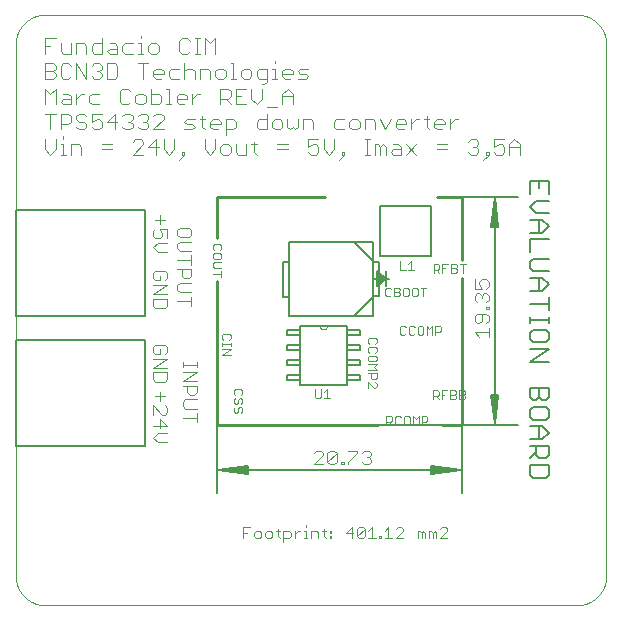
<source format=gto>
G75*
%MOIN*%
%OFA0B0*%
%FSLAX25Y25*%
%IPPOS*%
%LPD*%
%AMOC8*
5,1,8,0,0,1.08239X$1,22.5*
%
%ADD10C,0.00000*%
%ADD11C,0.00600*%
%ADD12C,0.00400*%
%ADD13C,0.01000*%
%ADD14C,0.00512*%
%ADD15C,0.00300*%
%ADD16C,0.00200*%
%ADD17C,0.00500*%
D10*
X0015380Y0032555D02*
X0192545Y0032555D01*
X0192783Y0032558D01*
X0193021Y0032566D01*
X0193258Y0032581D01*
X0193495Y0032601D01*
X0193731Y0032627D01*
X0193967Y0032658D01*
X0194202Y0032695D01*
X0194436Y0032738D01*
X0194669Y0032787D01*
X0194901Y0032841D01*
X0195131Y0032901D01*
X0195360Y0032966D01*
X0195587Y0033037D01*
X0195812Y0033113D01*
X0196035Y0033195D01*
X0196257Y0033282D01*
X0196476Y0033374D01*
X0196693Y0033472D01*
X0196907Y0033574D01*
X0197119Y0033682D01*
X0197329Y0033796D01*
X0197535Y0033914D01*
X0197739Y0034037D01*
X0197939Y0034165D01*
X0198136Y0034297D01*
X0198331Y0034435D01*
X0198521Y0034577D01*
X0198709Y0034724D01*
X0198892Y0034875D01*
X0199072Y0035030D01*
X0199248Y0035190D01*
X0199420Y0035354D01*
X0199589Y0035523D01*
X0199753Y0035695D01*
X0199913Y0035871D01*
X0200068Y0036051D01*
X0200219Y0036234D01*
X0200366Y0036422D01*
X0200508Y0036612D01*
X0200646Y0036807D01*
X0200778Y0037004D01*
X0200906Y0037204D01*
X0201029Y0037408D01*
X0201147Y0037614D01*
X0201261Y0037824D01*
X0201369Y0038036D01*
X0201471Y0038250D01*
X0201569Y0038467D01*
X0201661Y0038686D01*
X0201748Y0038908D01*
X0201830Y0039131D01*
X0201906Y0039356D01*
X0201977Y0039583D01*
X0202042Y0039812D01*
X0202102Y0040042D01*
X0202156Y0040274D01*
X0202205Y0040507D01*
X0202248Y0040741D01*
X0202285Y0040976D01*
X0202316Y0041212D01*
X0202342Y0041448D01*
X0202362Y0041685D01*
X0202377Y0041922D01*
X0202385Y0042160D01*
X0202388Y0042398D01*
X0202387Y0042398D02*
X0202387Y0219563D01*
X0202388Y0219563D02*
X0202385Y0219801D01*
X0202377Y0220039D01*
X0202362Y0220276D01*
X0202342Y0220513D01*
X0202316Y0220749D01*
X0202285Y0220985D01*
X0202248Y0221220D01*
X0202205Y0221454D01*
X0202156Y0221687D01*
X0202102Y0221919D01*
X0202042Y0222149D01*
X0201977Y0222378D01*
X0201906Y0222605D01*
X0201830Y0222830D01*
X0201748Y0223053D01*
X0201661Y0223275D01*
X0201569Y0223494D01*
X0201471Y0223711D01*
X0201369Y0223925D01*
X0201261Y0224137D01*
X0201147Y0224347D01*
X0201029Y0224553D01*
X0200906Y0224757D01*
X0200778Y0224957D01*
X0200646Y0225154D01*
X0200508Y0225349D01*
X0200366Y0225539D01*
X0200219Y0225727D01*
X0200068Y0225910D01*
X0199913Y0226090D01*
X0199753Y0226266D01*
X0199589Y0226438D01*
X0199420Y0226607D01*
X0199248Y0226771D01*
X0199072Y0226931D01*
X0198892Y0227086D01*
X0198709Y0227237D01*
X0198521Y0227384D01*
X0198331Y0227526D01*
X0198136Y0227664D01*
X0197939Y0227796D01*
X0197739Y0227924D01*
X0197535Y0228047D01*
X0197329Y0228165D01*
X0197119Y0228279D01*
X0196907Y0228387D01*
X0196693Y0228489D01*
X0196476Y0228587D01*
X0196257Y0228679D01*
X0196035Y0228766D01*
X0195812Y0228848D01*
X0195587Y0228924D01*
X0195360Y0228995D01*
X0195131Y0229060D01*
X0194901Y0229120D01*
X0194669Y0229174D01*
X0194436Y0229223D01*
X0194202Y0229266D01*
X0193967Y0229303D01*
X0193731Y0229334D01*
X0193495Y0229360D01*
X0193258Y0229380D01*
X0193021Y0229395D01*
X0192783Y0229403D01*
X0192545Y0229406D01*
X0015380Y0229406D01*
X0015142Y0229403D01*
X0014904Y0229395D01*
X0014667Y0229380D01*
X0014430Y0229360D01*
X0014194Y0229334D01*
X0013958Y0229303D01*
X0013723Y0229266D01*
X0013489Y0229223D01*
X0013256Y0229174D01*
X0013024Y0229120D01*
X0012794Y0229060D01*
X0012565Y0228995D01*
X0012338Y0228924D01*
X0012113Y0228848D01*
X0011890Y0228766D01*
X0011668Y0228679D01*
X0011449Y0228587D01*
X0011232Y0228489D01*
X0011018Y0228387D01*
X0010806Y0228279D01*
X0010596Y0228165D01*
X0010390Y0228047D01*
X0010186Y0227924D01*
X0009986Y0227796D01*
X0009789Y0227664D01*
X0009594Y0227526D01*
X0009404Y0227384D01*
X0009216Y0227237D01*
X0009033Y0227086D01*
X0008853Y0226931D01*
X0008677Y0226771D01*
X0008505Y0226607D01*
X0008336Y0226438D01*
X0008172Y0226266D01*
X0008012Y0226090D01*
X0007857Y0225910D01*
X0007706Y0225727D01*
X0007559Y0225539D01*
X0007417Y0225349D01*
X0007279Y0225154D01*
X0007147Y0224957D01*
X0007019Y0224757D01*
X0006896Y0224553D01*
X0006778Y0224347D01*
X0006664Y0224137D01*
X0006556Y0223925D01*
X0006454Y0223711D01*
X0006356Y0223494D01*
X0006264Y0223275D01*
X0006177Y0223053D01*
X0006095Y0222830D01*
X0006019Y0222605D01*
X0005948Y0222378D01*
X0005883Y0222149D01*
X0005823Y0221919D01*
X0005769Y0221687D01*
X0005720Y0221454D01*
X0005677Y0221220D01*
X0005640Y0220985D01*
X0005609Y0220749D01*
X0005583Y0220513D01*
X0005563Y0220276D01*
X0005548Y0220039D01*
X0005540Y0219801D01*
X0005537Y0219563D01*
X0005537Y0042398D01*
X0005540Y0042160D01*
X0005548Y0041922D01*
X0005563Y0041685D01*
X0005583Y0041448D01*
X0005609Y0041212D01*
X0005640Y0040976D01*
X0005677Y0040741D01*
X0005720Y0040507D01*
X0005769Y0040274D01*
X0005823Y0040042D01*
X0005883Y0039812D01*
X0005948Y0039583D01*
X0006019Y0039356D01*
X0006095Y0039131D01*
X0006177Y0038908D01*
X0006264Y0038686D01*
X0006356Y0038467D01*
X0006454Y0038250D01*
X0006556Y0038036D01*
X0006664Y0037824D01*
X0006778Y0037614D01*
X0006896Y0037408D01*
X0007019Y0037204D01*
X0007147Y0037004D01*
X0007279Y0036807D01*
X0007417Y0036612D01*
X0007559Y0036422D01*
X0007706Y0036234D01*
X0007857Y0036051D01*
X0008012Y0035871D01*
X0008172Y0035695D01*
X0008336Y0035523D01*
X0008505Y0035354D01*
X0008677Y0035190D01*
X0008853Y0035030D01*
X0009033Y0034875D01*
X0009216Y0034724D01*
X0009404Y0034577D01*
X0009594Y0034435D01*
X0009789Y0034297D01*
X0009986Y0034165D01*
X0010186Y0034037D01*
X0010390Y0033914D01*
X0010596Y0033796D01*
X0010806Y0033682D01*
X0011018Y0033574D01*
X0011232Y0033472D01*
X0011449Y0033374D01*
X0011668Y0033282D01*
X0011890Y0033195D01*
X0012113Y0033113D01*
X0012338Y0033037D01*
X0012565Y0032966D01*
X0012794Y0032901D01*
X0013024Y0032841D01*
X0013256Y0032787D01*
X0013489Y0032738D01*
X0013723Y0032695D01*
X0013958Y0032658D01*
X0014194Y0032627D01*
X0014430Y0032601D01*
X0014667Y0032581D01*
X0014904Y0032566D01*
X0015142Y0032558D01*
X0015380Y0032555D01*
X0106874Y0125703D02*
X0106876Y0125634D01*
X0106882Y0125566D01*
X0106892Y0125498D01*
X0106905Y0125431D01*
X0106923Y0125365D01*
X0106944Y0125300D01*
X0106969Y0125236D01*
X0106997Y0125174D01*
X0107029Y0125113D01*
X0107064Y0125054D01*
X0107103Y0124998D01*
X0107145Y0124943D01*
X0107190Y0124892D01*
X0107238Y0124842D01*
X0107288Y0124796D01*
X0107341Y0124753D01*
X0107397Y0124712D01*
X0107454Y0124675D01*
X0107514Y0124642D01*
X0107576Y0124611D01*
X0107639Y0124585D01*
X0107703Y0124562D01*
X0107769Y0124542D01*
X0107836Y0124527D01*
X0107903Y0124515D01*
X0107971Y0124507D01*
X0108040Y0124503D01*
X0108108Y0124503D01*
X0108177Y0124507D01*
X0108245Y0124515D01*
X0108312Y0124527D01*
X0108379Y0124542D01*
X0108445Y0124562D01*
X0108509Y0124585D01*
X0108572Y0124611D01*
X0108634Y0124642D01*
X0108694Y0124675D01*
X0108751Y0124712D01*
X0108807Y0124753D01*
X0108860Y0124796D01*
X0108910Y0124842D01*
X0108958Y0124892D01*
X0109003Y0124943D01*
X0109045Y0124998D01*
X0109084Y0125054D01*
X0109119Y0125113D01*
X0109151Y0125174D01*
X0109179Y0125236D01*
X0109204Y0125300D01*
X0109225Y0125365D01*
X0109243Y0125431D01*
X0109256Y0125498D01*
X0109266Y0125566D01*
X0109272Y0125634D01*
X0109274Y0125703D01*
X0109272Y0125634D01*
X0109266Y0125566D01*
X0109256Y0125498D01*
X0109243Y0125431D01*
X0109225Y0125365D01*
X0109204Y0125300D01*
X0109179Y0125236D01*
X0109151Y0125174D01*
X0109119Y0125113D01*
X0109084Y0125054D01*
X0109045Y0124998D01*
X0109003Y0124943D01*
X0108958Y0124892D01*
X0108910Y0124842D01*
X0108860Y0124796D01*
X0108807Y0124753D01*
X0108751Y0124712D01*
X0108694Y0124675D01*
X0108634Y0124642D01*
X0108572Y0124611D01*
X0108509Y0124585D01*
X0108445Y0124562D01*
X0108379Y0124542D01*
X0108312Y0124527D01*
X0108245Y0124515D01*
X0108177Y0124507D01*
X0108108Y0124503D01*
X0108040Y0124503D01*
X0107971Y0124507D01*
X0107903Y0124515D01*
X0107836Y0124527D01*
X0107769Y0124542D01*
X0107703Y0124562D01*
X0107639Y0124585D01*
X0107576Y0124611D01*
X0107514Y0124642D01*
X0107454Y0124675D01*
X0107397Y0124712D01*
X0107341Y0124753D01*
X0107288Y0124796D01*
X0107238Y0124842D01*
X0107190Y0124892D01*
X0107145Y0124943D01*
X0107103Y0124998D01*
X0107064Y0125054D01*
X0107029Y0125113D01*
X0106997Y0125174D01*
X0106969Y0125236D01*
X0106944Y0125300D01*
X0106923Y0125365D01*
X0106905Y0125431D01*
X0106892Y0125498D01*
X0106882Y0125566D01*
X0106876Y0125634D01*
X0106874Y0125703D01*
D11*
X0109274Y0125703D01*
X0114274Y0125703D01*
X0115874Y0125703D02*
X0109274Y0125703D01*
X0106874Y0125703D01*
X0101874Y0125703D01*
X0100274Y0125703D02*
X0100274Y0106103D01*
X0115874Y0106103D01*
X0115874Y0125703D01*
X0115874Y0124303D02*
X0120274Y0124303D01*
X0120274Y0122503D01*
X0115874Y0122503D01*
X0115874Y0124303D01*
X0115874Y0119303D02*
X0120274Y0119303D01*
X0120274Y0117503D01*
X0115874Y0117503D01*
X0115874Y0119303D01*
X0115874Y0114303D02*
X0120274Y0114303D01*
X0120274Y0112503D01*
X0115874Y0112503D01*
X0115874Y0114303D01*
X0115874Y0109303D02*
X0120274Y0109303D01*
X0120274Y0107503D01*
X0115874Y0107503D01*
X0115874Y0109303D01*
X0114274Y0106103D02*
X0101874Y0106103D01*
X0100274Y0107503D02*
X0100274Y0109303D01*
X0095874Y0109303D01*
X0095874Y0107503D01*
X0100274Y0107503D01*
X0100274Y0112503D02*
X0095874Y0112503D01*
X0095874Y0114303D01*
X0100274Y0114303D01*
X0100274Y0112503D01*
X0100274Y0117503D02*
X0095874Y0117503D01*
X0095874Y0119303D01*
X0100274Y0119303D01*
X0100274Y0117503D01*
X0100274Y0122503D02*
X0095874Y0122503D01*
X0095874Y0124303D01*
X0100274Y0124303D01*
X0100274Y0122503D01*
X0100274Y0125703D02*
X0106874Y0125703D01*
X0096474Y0129103D02*
X0124474Y0129103D01*
X0124474Y0134103D01*
X0124474Y0135203D02*
X0118374Y0129103D01*
X0124474Y0129103D02*
X0124474Y0153503D01*
X0096474Y0153503D01*
X0096474Y0148503D01*
X0096474Y0147103D02*
X0094474Y0147103D01*
X0094474Y0135403D01*
X0096474Y0135403D01*
X0096474Y0147103D01*
X0096474Y0153503D02*
X0096474Y0129103D01*
X0096474Y0134103D01*
X0096474Y0129103D02*
X0124474Y0129103D01*
X0124474Y0135503D02*
X0126474Y0135503D01*
X0126474Y0147103D01*
X0124474Y0147103D01*
X0124474Y0135503D01*
X0126074Y0138803D02*
X0126074Y0143803D01*
X0129074Y0141303D01*
X0126074Y0141803D01*
X0126074Y0142303D02*
X0129074Y0141303D01*
X0126074Y0142803D01*
X0126074Y0143303D02*
X0129074Y0141303D01*
X0126074Y0140803D01*
X0126074Y0140303D02*
X0129074Y0141303D01*
X0126074Y0139803D01*
X0126074Y0139303D02*
X0129074Y0141303D01*
X0126074Y0138803D01*
X0125074Y0141303D02*
X0129074Y0141303D01*
X0129074Y0143803D01*
X0129074Y0138803D01*
X0129074Y0141303D01*
X0130074Y0141303D01*
X0128374Y0141303D01*
X0124474Y0147403D02*
X0118374Y0153503D01*
X0124474Y0153503D02*
X0124474Y0148503D01*
X0127074Y0148903D02*
X0143874Y0148903D01*
X0143874Y0165703D01*
X0127074Y0165703D01*
X0127074Y0148903D01*
X0143874Y0148903D01*
X0143874Y0150103D01*
X0143874Y0155203D02*
X0143874Y0159403D01*
X0143874Y0164503D02*
X0143874Y0165703D01*
X0127074Y0165703D01*
X0127074Y0164503D01*
X0127074Y0159403D02*
X0127074Y0155203D01*
X0124474Y0153503D02*
X0096474Y0153503D01*
X0127074Y0150103D02*
X0127074Y0148903D01*
X0176837Y0150248D02*
X0176837Y0154519D01*
X0183242Y0154519D01*
X0181107Y0156694D02*
X0176837Y0156694D01*
X0180040Y0156694D02*
X0180040Y0160964D01*
X0181107Y0160964D02*
X0183242Y0158829D01*
X0181107Y0156694D01*
X0181107Y0160964D02*
X0176837Y0160964D01*
X0178972Y0163139D02*
X0183242Y0163139D01*
X0178972Y0163139D02*
X0176837Y0165274D01*
X0178972Y0167410D01*
X0183242Y0167410D01*
X0183242Y0169585D02*
X0183242Y0173855D01*
X0176837Y0173855D01*
X0176837Y0169585D01*
X0180040Y0171720D02*
X0180040Y0173855D01*
X0177905Y0148073D02*
X0176837Y0147006D01*
X0176837Y0144870D01*
X0177905Y0143803D01*
X0183242Y0143803D01*
X0181107Y0141628D02*
X0183242Y0139492D01*
X0181107Y0137357D01*
X0176837Y0137357D01*
X0180040Y0137357D02*
X0180040Y0141628D01*
X0181107Y0141628D02*
X0176837Y0141628D01*
X0177905Y0148073D02*
X0183242Y0148073D01*
X0183242Y0135182D02*
X0183242Y0130912D01*
X0183242Y0133047D02*
X0176837Y0133047D01*
X0176837Y0128737D02*
X0176837Y0126601D01*
X0176837Y0127669D02*
X0183242Y0127669D01*
X0183242Y0128737D02*
X0183242Y0126601D01*
X0182175Y0124440D02*
X0177905Y0124440D01*
X0176837Y0123372D01*
X0176837Y0121237D01*
X0177905Y0120169D01*
X0182175Y0120169D01*
X0183242Y0121237D01*
X0183242Y0123372D01*
X0182175Y0124440D01*
X0183242Y0117994D02*
X0176837Y0113724D01*
X0183242Y0113724D01*
X0183242Y0117994D02*
X0176837Y0117994D01*
X0176837Y0105103D02*
X0176837Y0101900D01*
X0177905Y0100833D01*
X0178972Y0100833D01*
X0180040Y0101900D01*
X0180040Y0105103D01*
X0183242Y0105103D02*
X0183242Y0101900D01*
X0182175Y0100833D01*
X0181107Y0100833D01*
X0180040Y0101900D01*
X0176837Y0105103D02*
X0183242Y0105103D01*
X0182175Y0098658D02*
X0177905Y0098658D01*
X0176837Y0097590D01*
X0176837Y0095455D01*
X0177905Y0094387D01*
X0182175Y0094387D01*
X0183242Y0095455D01*
X0183242Y0097590D01*
X0182175Y0098658D01*
X0181107Y0092212D02*
X0183242Y0090077D01*
X0181107Y0087942D01*
X0176837Y0087942D01*
X0176837Y0085767D02*
X0183242Y0085767D01*
X0183242Y0082564D01*
X0182175Y0081496D01*
X0180040Y0081496D01*
X0178972Y0082564D01*
X0178972Y0085767D01*
X0178972Y0083632D02*
X0176837Y0081496D01*
X0176837Y0079321D02*
X0176837Y0076118D01*
X0177905Y0075051D01*
X0182175Y0075051D01*
X0183242Y0076118D01*
X0183242Y0079321D01*
X0176837Y0079321D01*
X0180040Y0087942D02*
X0180040Y0092212D01*
X0181107Y0092212D02*
X0176837Y0092212D01*
D12*
X0163175Y0121964D02*
X0163175Y0125034D01*
X0163175Y0123499D02*
X0158571Y0123499D01*
X0160106Y0121964D01*
X0160106Y0126568D02*
X0160873Y0127336D01*
X0160873Y0129638D01*
X0159339Y0129638D02*
X0162408Y0129638D01*
X0163175Y0128870D01*
X0163175Y0127336D01*
X0162408Y0126568D01*
X0160106Y0126568D02*
X0159339Y0126568D01*
X0158571Y0127336D01*
X0158571Y0128870D01*
X0159339Y0129638D01*
X0162408Y0131172D02*
X0162408Y0131940D01*
X0163175Y0131940D01*
X0163175Y0131172D01*
X0162408Y0131172D01*
X0162408Y0133474D02*
X0163175Y0134242D01*
X0163175Y0135776D01*
X0162408Y0136543D01*
X0161641Y0136543D01*
X0160873Y0135776D01*
X0160873Y0135009D01*
X0160873Y0135776D02*
X0160106Y0136543D01*
X0159339Y0136543D01*
X0158571Y0135776D01*
X0158571Y0134242D01*
X0159339Y0133474D01*
X0158571Y0138078D02*
X0160873Y0138078D01*
X0160106Y0139613D01*
X0160106Y0140380D01*
X0160873Y0141147D01*
X0162408Y0141147D01*
X0163175Y0140380D01*
X0163175Y0138845D01*
X0162408Y0138078D01*
X0158571Y0138078D02*
X0158571Y0141147D01*
X0161435Y0181020D02*
X0163170Y0182755D01*
X0162302Y0182755D01*
X0162302Y0183623D01*
X0163170Y0183623D01*
X0163170Y0182755D01*
X0164873Y0183623D02*
X0165740Y0182755D01*
X0167475Y0182755D01*
X0168342Y0183623D01*
X0168342Y0185357D01*
X0167475Y0186225D01*
X0166607Y0186225D01*
X0164873Y0185357D01*
X0164873Y0187960D01*
X0168342Y0187960D01*
X0170029Y0186225D02*
X0171764Y0187960D01*
X0173499Y0186225D01*
X0173499Y0182755D01*
X0173499Y0185357D02*
X0170029Y0185357D01*
X0170029Y0186225D02*
X0170029Y0182755D01*
X0159748Y0183623D02*
X0158881Y0182755D01*
X0157146Y0182755D01*
X0156279Y0183623D01*
X0158013Y0185357D02*
X0158881Y0185357D01*
X0159748Y0184490D01*
X0159748Y0183623D01*
X0158881Y0185357D02*
X0159748Y0186225D01*
X0159748Y0187092D01*
X0158881Y0187960D01*
X0157146Y0187960D01*
X0156279Y0187092D01*
X0149435Y0186225D02*
X0145966Y0186225D01*
X0145966Y0184490D02*
X0149435Y0184490D01*
X0150263Y0191155D02*
X0150263Y0194625D01*
X0150263Y0192890D02*
X0151998Y0194625D01*
X0152865Y0194625D01*
X0148576Y0193757D02*
X0148576Y0192890D01*
X0145106Y0192890D01*
X0145106Y0193757D02*
X0145974Y0194625D01*
X0147709Y0194625D01*
X0148576Y0193757D01*
X0147709Y0191155D02*
X0145974Y0191155D01*
X0145106Y0192023D01*
X0145106Y0193757D01*
X0143404Y0194625D02*
X0141669Y0194625D01*
X0142536Y0195492D02*
X0142536Y0192023D01*
X0143404Y0191155D01*
X0139974Y0194625D02*
X0139107Y0194625D01*
X0137372Y0192890D01*
X0135685Y0192890D02*
X0132215Y0192890D01*
X0132215Y0193757D02*
X0133083Y0194625D01*
X0134818Y0194625D01*
X0135685Y0193757D01*
X0135685Y0192890D01*
X0134818Y0191155D02*
X0133083Y0191155D01*
X0132215Y0192023D01*
X0132215Y0193757D01*
X0130529Y0194625D02*
X0128794Y0191155D01*
X0127059Y0194625D01*
X0125372Y0193757D02*
X0125372Y0191155D01*
X0125372Y0193757D02*
X0124505Y0194625D01*
X0121903Y0194625D01*
X0121903Y0191155D01*
X0120216Y0192023D02*
X0120216Y0193757D01*
X0119348Y0194625D01*
X0117614Y0194625D01*
X0116746Y0193757D01*
X0116746Y0192023D01*
X0117614Y0191155D01*
X0119348Y0191155D01*
X0120216Y0192023D01*
X0121903Y0187960D02*
X0123637Y0187960D01*
X0122770Y0187960D02*
X0122770Y0182755D01*
X0121903Y0182755D02*
X0123637Y0182755D01*
X0125340Y0182755D02*
X0125340Y0186225D01*
X0126208Y0186225D01*
X0127075Y0185357D01*
X0127942Y0186225D01*
X0128810Y0185357D01*
X0128810Y0182755D01*
X0127075Y0182755D02*
X0127075Y0185357D01*
X0130497Y0183623D02*
X0131364Y0182755D01*
X0133966Y0182755D01*
X0133966Y0185357D01*
X0133099Y0186225D01*
X0131364Y0186225D01*
X0131364Y0184490D02*
X0133966Y0184490D01*
X0135653Y0186225D02*
X0139123Y0182755D01*
X0135653Y0182755D02*
X0139123Y0186225D01*
X0137372Y0191155D02*
X0137372Y0194625D01*
X0131364Y0184490D02*
X0130497Y0183623D01*
X0115043Y0183623D02*
X0115043Y0182755D01*
X0114176Y0182755D01*
X0114176Y0183623D01*
X0115043Y0183623D01*
X0115043Y0182755D02*
X0113309Y0181020D01*
X0109887Y0182755D02*
X0111622Y0184490D01*
X0111622Y0187960D01*
X0112457Y0191155D02*
X0115059Y0191155D01*
X0112457Y0191155D02*
X0111590Y0192023D01*
X0111590Y0193757D01*
X0112457Y0194625D01*
X0115059Y0194625D01*
X0108152Y0187960D02*
X0108152Y0184490D01*
X0109887Y0182755D01*
X0106465Y0183623D02*
X0105598Y0182755D01*
X0103863Y0182755D01*
X0102996Y0183623D01*
X0102996Y0185357D02*
X0104731Y0186225D01*
X0105598Y0186225D01*
X0106465Y0185357D01*
X0106465Y0183623D01*
X0102996Y0185357D02*
X0102996Y0187960D01*
X0106465Y0187960D01*
X0104747Y0191155D02*
X0104747Y0193757D01*
X0103879Y0194625D01*
X0101277Y0194625D01*
X0101277Y0191155D01*
X0099590Y0192023D02*
X0099590Y0194625D01*
X0099590Y0192023D02*
X0098723Y0191155D01*
X0097855Y0192023D01*
X0096988Y0191155D01*
X0096121Y0192023D01*
X0096121Y0194625D01*
X0094434Y0193757D02*
X0093566Y0194625D01*
X0091832Y0194625D01*
X0090964Y0193757D01*
X0090964Y0192023D01*
X0091832Y0191155D01*
X0093566Y0191155D01*
X0094434Y0192023D01*
X0094434Y0193757D01*
X0092715Y0198688D02*
X0089245Y0198688D01*
X0089277Y0196360D02*
X0089277Y0191155D01*
X0086675Y0191155D01*
X0085808Y0192023D01*
X0085808Y0193757D01*
X0086675Y0194625D01*
X0089277Y0194625D01*
X0085824Y0199555D02*
X0087559Y0201290D01*
X0087559Y0204760D01*
X0087543Y0206220D02*
X0088410Y0206220D01*
X0089277Y0207088D01*
X0089277Y0211425D01*
X0086675Y0211425D01*
X0085808Y0210557D01*
X0085808Y0208823D01*
X0086675Y0207955D01*
X0089277Y0207955D01*
X0090964Y0207955D02*
X0092699Y0207955D01*
X0091832Y0207955D02*
X0091832Y0211425D01*
X0090964Y0211425D01*
X0091832Y0213160D02*
X0091832Y0214027D01*
X0095269Y0211425D02*
X0097004Y0211425D01*
X0097871Y0210557D01*
X0097871Y0209690D01*
X0094402Y0209690D01*
X0094402Y0210557D02*
X0095269Y0211425D01*
X0094402Y0210557D02*
X0094402Y0208823D01*
X0095269Y0207955D01*
X0097004Y0207955D01*
X0099558Y0207955D02*
X0102160Y0207955D01*
X0103028Y0208823D01*
X0102160Y0209690D01*
X0100426Y0209690D01*
X0099558Y0210557D01*
X0100426Y0211425D01*
X0103028Y0211425D01*
X0096137Y0204760D02*
X0094402Y0203025D01*
X0094402Y0199555D01*
X0097871Y0199555D02*
X0097871Y0203025D01*
X0096137Y0204760D01*
X0097871Y0202157D02*
X0094402Y0202157D01*
X0085824Y0199555D02*
X0084089Y0201290D01*
X0084089Y0204760D01*
X0082402Y0204760D02*
X0078933Y0204760D01*
X0078933Y0199555D01*
X0082402Y0199555D01*
X0080667Y0202157D02*
X0078933Y0202157D01*
X0077246Y0202157D02*
X0076378Y0201290D01*
X0073776Y0201290D01*
X0073776Y0199555D02*
X0073776Y0204760D01*
X0076378Y0204760D01*
X0077246Y0203892D01*
X0077246Y0202157D01*
X0075511Y0201290D02*
X0077246Y0199555D01*
X0078097Y0194625D02*
X0075495Y0194625D01*
X0075495Y0189420D01*
X0075495Y0191155D02*
X0078097Y0191155D01*
X0078965Y0192023D01*
X0078965Y0193757D01*
X0078097Y0194625D01*
X0073808Y0193757D02*
X0073808Y0192890D01*
X0070339Y0192890D01*
X0070339Y0193757D02*
X0071206Y0194625D01*
X0072941Y0194625D01*
X0073808Y0193757D01*
X0072941Y0191155D02*
X0071206Y0191155D01*
X0070339Y0192023D01*
X0070339Y0193757D01*
X0068636Y0194625D02*
X0066901Y0194625D01*
X0067768Y0195492D02*
X0067768Y0192023D01*
X0068636Y0191155D01*
X0068620Y0187960D02*
X0068620Y0184490D01*
X0070355Y0182755D01*
X0072089Y0184490D01*
X0072089Y0187960D01*
X0074644Y0186225D02*
X0073776Y0185357D01*
X0073776Y0183623D01*
X0074644Y0182755D01*
X0076378Y0182755D01*
X0077246Y0183623D01*
X0077246Y0185357D01*
X0076378Y0186225D01*
X0074644Y0186225D01*
X0078933Y0186225D02*
X0078933Y0183623D01*
X0079800Y0182755D01*
X0082402Y0182755D01*
X0082402Y0186225D01*
X0084089Y0186225D02*
X0085824Y0186225D01*
X0084956Y0187092D02*
X0084956Y0183623D01*
X0085824Y0182755D01*
X0092683Y0184490D02*
X0096153Y0184490D01*
X0096153Y0186225D02*
X0092683Y0186225D01*
X0083254Y0207955D02*
X0081519Y0207955D01*
X0080651Y0208823D01*
X0080651Y0210557D01*
X0081519Y0211425D01*
X0083254Y0211425D01*
X0084121Y0210557D01*
X0084121Y0208823D01*
X0083254Y0207955D01*
X0078949Y0207955D02*
X0077214Y0207955D01*
X0078081Y0207955D02*
X0078081Y0213160D01*
X0077214Y0213160D01*
X0074660Y0211425D02*
X0072925Y0211425D01*
X0072057Y0210557D01*
X0072057Y0208823D01*
X0072925Y0207955D01*
X0074660Y0207955D01*
X0075527Y0208823D01*
X0075527Y0210557D01*
X0074660Y0211425D01*
X0070371Y0210557D02*
X0070371Y0207955D01*
X0070371Y0210557D02*
X0069503Y0211425D01*
X0066901Y0211425D01*
X0066901Y0207955D01*
X0065214Y0207955D02*
X0065214Y0210557D01*
X0064347Y0211425D01*
X0062612Y0211425D01*
X0061745Y0210557D01*
X0060058Y0211425D02*
X0057456Y0211425D01*
X0056588Y0210557D01*
X0056588Y0208823D01*
X0057456Y0207955D01*
X0060058Y0207955D01*
X0061745Y0207955D02*
X0061745Y0213160D01*
X0060893Y0216355D02*
X0062628Y0216355D01*
X0063495Y0217223D01*
X0065182Y0216355D02*
X0066917Y0216355D01*
X0066050Y0216355D02*
X0066050Y0221560D01*
X0066917Y0221560D02*
X0065182Y0221560D01*
X0063495Y0220692D02*
X0062628Y0221560D01*
X0060893Y0221560D01*
X0060026Y0220692D01*
X0060026Y0217223D01*
X0060893Y0216355D01*
X0053183Y0217223D02*
X0053183Y0218957D01*
X0052315Y0219825D01*
X0050580Y0219825D01*
X0049713Y0218957D01*
X0049713Y0217223D01*
X0050580Y0216355D01*
X0052315Y0216355D01*
X0053183Y0217223D01*
X0048010Y0216355D02*
X0046275Y0216355D01*
X0047143Y0216355D02*
X0047143Y0219825D01*
X0046275Y0219825D01*
X0044589Y0219825D02*
X0041986Y0219825D01*
X0041119Y0218957D01*
X0041119Y0217223D01*
X0041986Y0216355D01*
X0044589Y0216355D01*
X0046275Y0213160D02*
X0049745Y0213160D01*
X0048010Y0213160D02*
X0048010Y0207955D01*
X0051432Y0208823D02*
X0051432Y0210557D01*
X0052299Y0211425D01*
X0054034Y0211425D01*
X0054901Y0210557D01*
X0054901Y0209690D01*
X0051432Y0209690D01*
X0051432Y0208823D02*
X0052299Y0207955D01*
X0054034Y0207955D01*
X0055729Y0204760D02*
X0056596Y0204760D01*
X0056596Y0199555D01*
X0055729Y0199555D02*
X0057464Y0199555D01*
X0059166Y0200423D02*
X0059166Y0202157D01*
X0060034Y0203025D01*
X0061769Y0203025D01*
X0062636Y0202157D01*
X0062636Y0201290D01*
X0059166Y0201290D01*
X0059166Y0200423D02*
X0060034Y0199555D01*
X0061769Y0199555D01*
X0064323Y0199555D02*
X0064323Y0203025D01*
X0064323Y0201290D02*
X0066058Y0203025D01*
X0066925Y0203025D01*
X0065214Y0194625D02*
X0062612Y0194625D01*
X0061745Y0193757D01*
X0062612Y0192890D01*
X0064347Y0192890D01*
X0065214Y0192023D01*
X0064347Y0191155D01*
X0061745Y0191155D01*
X0058339Y0187960D02*
X0058339Y0184490D01*
X0056604Y0182755D01*
X0054869Y0184490D01*
X0054869Y0187960D01*
X0052315Y0187960D02*
X0049713Y0185357D01*
X0053183Y0185357D01*
X0052315Y0182755D02*
X0052315Y0187960D01*
X0051432Y0191155D02*
X0054901Y0194625D01*
X0054901Y0195492D01*
X0054034Y0196360D01*
X0052299Y0196360D01*
X0051432Y0195492D01*
X0049745Y0195492D02*
X0049745Y0194625D01*
X0048878Y0193757D01*
X0049745Y0192890D01*
X0049745Y0192023D01*
X0048878Y0191155D01*
X0047143Y0191155D01*
X0046275Y0192023D01*
X0044589Y0192023D02*
X0044589Y0192890D01*
X0043721Y0193757D01*
X0042854Y0193757D01*
X0043721Y0193757D02*
X0044589Y0194625D01*
X0044589Y0195492D01*
X0043721Y0196360D01*
X0041986Y0196360D01*
X0041119Y0195492D01*
X0039432Y0193757D02*
X0035963Y0193757D01*
X0038565Y0196360D01*
X0038565Y0191155D01*
X0041119Y0192023D02*
X0041986Y0191155D01*
X0043721Y0191155D01*
X0044589Y0192023D01*
X0045424Y0187960D02*
X0044557Y0187092D01*
X0045424Y0187960D02*
X0047159Y0187960D01*
X0048026Y0187092D01*
X0048026Y0186225D01*
X0044557Y0182755D01*
X0048026Y0182755D01*
X0051432Y0191155D02*
X0054901Y0191155D01*
X0049745Y0195492D02*
X0048878Y0196360D01*
X0047143Y0196360D01*
X0046275Y0195492D01*
X0048010Y0193757D02*
X0048878Y0193757D01*
X0048018Y0199555D02*
X0046283Y0199555D01*
X0045416Y0200423D01*
X0045416Y0202157D01*
X0046283Y0203025D01*
X0048018Y0203025D01*
X0048886Y0202157D01*
X0048886Y0200423D01*
X0048018Y0199555D01*
X0050572Y0199555D02*
X0053175Y0199555D01*
X0054042Y0200423D01*
X0054042Y0202157D01*
X0053175Y0203025D01*
X0050572Y0203025D01*
X0050572Y0204760D02*
X0050572Y0199555D01*
X0043729Y0200423D02*
X0042862Y0199555D01*
X0041127Y0199555D01*
X0040260Y0200423D01*
X0040260Y0203892D01*
X0041127Y0204760D01*
X0042862Y0204760D01*
X0043729Y0203892D01*
X0039432Y0208823D02*
X0039432Y0212292D01*
X0038565Y0213160D01*
X0035963Y0213160D01*
X0035963Y0207955D01*
X0038565Y0207955D01*
X0039432Y0208823D01*
X0034276Y0208823D02*
X0033408Y0207955D01*
X0031674Y0207955D01*
X0030806Y0208823D01*
X0029119Y0207955D02*
X0029119Y0213160D01*
X0030806Y0212292D02*
X0031674Y0213160D01*
X0033408Y0213160D01*
X0034276Y0212292D01*
X0034276Y0211425D01*
X0033408Y0210557D01*
X0034276Y0209690D01*
X0034276Y0208823D01*
X0033408Y0210557D02*
X0032541Y0210557D01*
X0029119Y0207955D02*
X0025650Y0213160D01*
X0025650Y0207955D01*
X0023963Y0208823D02*
X0023096Y0207955D01*
X0021361Y0207955D01*
X0020493Y0208823D01*
X0020493Y0212292D01*
X0021361Y0213160D01*
X0023096Y0213160D01*
X0023963Y0212292D01*
X0023963Y0216355D02*
X0021361Y0216355D01*
X0020493Y0217223D01*
X0020493Y0219825D01*
X0018807Y0221560D02*
X0015337Y0221560D01*
X0015337Y0216355D01*
X0015337Y0218957D02*
X0017072Y0218957D01*
X0017939Y0213160D02*
X0015337Y0213160D01*
X0015337Y0207955D01*
X0017939Y0207955D01*
X0018807Y0208823D01*
X0018807Y0209690D01*
X0017939Y0210557D01*
X0015337Y0210557D01*
X0017939Y0210557D02*
X0018807Y0211425D01*
X0018807Y0212292D01*
X0017939Y0213160D01*
X0023963Y0216355D02*
X0023963Y0219825D01*
X0025650Y0219825D02*
X0028252Y0219825D01*
X0029119Y0218957D01*
X0029119Y0216355D01*
X0030806Y0217223D02*
X0030806Y0218957D01*
X0031674Y0219825D01*
X0034276Y0219825D01*
X0034276Y0221560D02*
X0034276Y0216355D01*
X0031674Y0216355D01*
X0030806Y0217223D01*
X0035963Y0217223D02*
X0036830Y0218090D01*
X0039432Y0218090D01*
X0039432Y0218957D02*
X0039432Y0216355D01*
X0036830Y0216355D01*
X0035963Y0217223D01*
X0036830Y0219825D02*
X0038565Y0219825D01*
X0039432Y0218957D01*
X0047143Y0221560D02*
X0047143Y0222427D01*
X0033416Y0203025D02*
X0030814Y0203025D01*
X0029947Y0202157D01*
X0029947Y0200423D01*
X0030814Y0199555D01*
X0033416Y0199555D01*
X0034276Y0196360D02*
X0030806Y0196360D01*
X0030806Y0193757D01*
X0032541Y0194625D01*
X0033408Y0194625D01*
X0034276Y0193757D01*
X0034276Y0192023D01*
X0033408Y0191155D01*
X0031674Y0191155D01*
X0030806Y0192023D01*
X0029119Y0192023D02*
X0029119Y0192890D01*
X0028252Y0193757D01*
X0026517Y0193757D01*
X0025650Y0194625D01*
X0025650Y0195492D01*
X0026517Y0196360D01*
X0028252Y0196360D01*
X0029119Y0195492D01*
X0029119Y0192023D02*
X0028252Y0191155D01*
X0026517Y0191155D01*
X0025650Y0192023D01*
X0023963Y0193757D02*
X0023096Y0192890D01*
X0020493Y0192890D01*
X0020493Y0191155D02*
X0020493Y0196360D01*
X0023096Y0196360D01*
X0023963Y0195492D01*
X0023963Y0193757D01*
X0021361Y0188827D02*
X0021361Y0187960D01*
X0021361Y0186225D02*
X0020493Y0186225D01*
X0021361Y0186225D02*
X0021361Y0182755D01*
X0022228Y0182755D02*
X0020493Y0182755D01*
X0018807Y0184490D02*
X0018807Y0187960D01*
X0015337Y0187960D02*
X0015337Y0184490D01*
X0017072Y0182755D01*
X0018807Y0184490D01*
X0023931Y0182755D02*
X0023931Y0186225D01*
X0026533Y0186225D01*
X0027401Y0185357D01*
X0027401Y0182755D01*
X0034244Y0184490D02*
X0037713Y0184490D01*
X0037713Y0186225D02*
X0034244Y0186225D01*
X0025650Y0199555D02*
X0025650Y0203025D01*
X0025650Y0201290D02*
X0027385Y0203025D01*
X0028252Y0203025D01*
X0023963Y0202157D02*
X0023963Y0199555D01*
X0021361Y0199555D01*
X0020493Y0200423D01*
X0021361Y0201290D01*
X0023963Y0201290D01*
X0023963Y0202157D02*
X0023096Y0203025D01*
X0021361Y0203025D01*
X0018807Y0204760D02*
X0018807Y0199555D01*
X0018807Y0196360D02*
X0015337Y0196360D01*
X0017072Y0196360D02*
X0017072Y0191155D01*
X0015337Y0199555D02*
X0015337Y0204760D01*
X0017072Y0203025D01*
X0018807Y0204760D01*
X0025650Y0216355D02*
X0025650Y0219825D01*
X0060893Y0183623D02*
X0060893Y0182755D01*
X0061761Y0182755D01*
X0061761Y0183623D01*
X0060893Y0183623D01*
X0061761Y0182755D02*
X0060026Y0181020D01*
X0053639Y0162555D02*
X0053639Y0159486D01*
X0053639Y0157951D02*
X0054406Y0156417D01*
X0054406Y0155649D01*
X0053639Y0154882D01*
X0052104Y0154882D01*
X0051337Y0155649D01*
X0051337Y0157184D01*
X0052104Y0157951D01*
X0053639Y0157951D02*
X0055941Y0157951D01*
X0055941Y0154882D01*
X0055941Y0153347D02*
X0052872Y0153347D01*
X0051337Y0151813D01*
X0052872Y0150278D01*
X0055941Y0150278D01*
X0059420Y0151489D02*
X0059420Y0153023D01*
X0060188Y0153791D01*
X0064024Y0153791D01*
X0063257Y0155325D02*
X0064024Y0156093D01*
X0064024Y0157627D01*
X0063257Y0158394D01*
X0060188Y0158394D01*
X0059420Y0157627D01*
X0059420Y0156093D01*
X0060188Y0155325D01*
X0063257Y0155325D01*
X0064024Y0150721D02*
X0060188Y0150721D01*
X0059420Y0151489D01*
X0059420Y0147652D02*
X0064024Y0147652D01*
X0064024Y0149187D02*
X0064024Y0146117D01*
X0064024Y0144583D02*
X0064024Y0142281D01*
X0063257Y0141513D01*
X0061722Y0141513D01*
X0060955Y0142281D01*
X0060955Y0144583D01*
X0059420Y0144583D02*
X0064024Y0144583D01*
X0064024Y0139979D02*
X0060188Y0139979D01*
X0059420Y0139211D01*
X0059420Y0137677D01*
X0060188Y0136910D01*
X0064024Y0136910D01*
X0064024Y0135375D02*
X0064024Y0132306D01*
X0064024Y0133840D02*
X0059420Y0133840D01*
X0055941Y0134747D02*
X0055941Y0132445D01*
X0055174Y0131678D01*
X0052104Y0131678D01*
X0051337Y0132445D01*
X0051337Y0134747D01*
X0055941Y0134747D01*
X0055941Y0136282D02*
X0051337Y0136282D01*
X0055941Y0139351D01*
X0051337Y0139351D01*
X0052104Y0140886D02*
X0051337Y0141653D01*
X0051337Y0143188D01*
X0052104Y0143955D01*
X0055174Y0143955D01*
X0055941Y0143188D01*
X0055941Y0141653D01*
X0055174Y0140886D01*
X0053639Y0140886D02*
X0053639Y0142420D01*
X0053639Y0140886D02*
X0052104Y0140886D01*
X0052104Y0161020D02*
X0055174Y0161020D01*
X0055174Y0119355D02*
X0052104Y0119355D01*
X0051337Y0118588D01*
X0051337Y0117053D01*
X0052104Y0116286D01*
X0053639Y0116286D01*
X0053639Y0117820D01*
X0055174Y0116286D02*
X0055941Y0117053D01*
X0055941Y0118588D01*
X0055174Y0119355D01*
X0055941Y0114751D02*
X0051337Y0114751D01*
X0051337Y0111682D02*
X0055941Y0111682D01*
X0055941Y0110147D02*
X0055941Y0107845D01*
X0055174Y0107078D01*
X0052104Y0107078D01*
X0051337Y0107845D01*
X0051337Y0110147D01*
X0055941Y0110147D01*
X0055941Y0114751D02*
X0051337Y0111682D01*
X0053639Y0103755D02*
X0053639Y0100686D01*
X0055174Y0102220D02*
X0052104Y0102220D01*
X0051337Y0099151D02*
X0054406Y0096082D01*
X0055174Y0096082D01*
X0055941Y0096849D01*
X0055941Y0098384D01*
X0055174Y0099151D01*
X0051337Y0099151D02*
X0051337Y0096082D01*
X0053639Y0094547D02*
X0053639Y0091478D01*
X0052872Y0089943D02*
X0051337Y0088409D01*
X0052872Y0086874D01*
X0055941Y0086874D01*
X0055941Y0089943D02*
X0052872Y0089943D01*
X0051337Y0092245D02*
X0055941Y0092245D01*
X0053639Y0094547D01*
X0061220Y0095053D02*
X0065824Y0095053D01*
X0065824Y0096587D02*
X0065824Y0093518D01*
X0065824Y0098122D02*
X0061988Y0098122D01*
X0061220Y0098889D01*
X0061220Y0100424D01*
X0061988Y0101191D01*
X0065824Y0101191D01*
X0065057Y0102726D02*
X0063522Y0102726D01*
X0062755Y0103493D01*
X0062755Y0105795D01*
X0061220Y0105795D02*
X0065824Y0105795D01*
X0065824Y0103493D01*
X0065057Y0102726D01*
X0065824Y0107330D02*
X0061220Y0107330D01*
X0065824Y0110399D01*
X0061220Y0110399D01*
X0061220Y0111934D02*
X0061220Y0113469D01*
X0061220Y0112701D02*
X0065824Y0112701D01*
X0065824Y0111934D02*
X0065824Y0113469D01*
X0104846Y0083354D02*
X0105614Y0084121D01*
X0107148Y0084121D01*
X0107916Y0083354D01*
X0107916Y0082586D01*
X0104846Y0079517D01*
X0107916Y0079517D01*
X0109450Y0080284D02*
X0112519Y0083354D01*
X0112519Y0080284D01*
X0111752Y0079517D01*
X0110218Y0079517D01*
X0109450Y0080284D01*
X0109450Y0083354D01*
X0110218Y0084121D01*
X0111752Y0084121D01*
X0112519Y0083354D01*
X0114054Y0080284D02*
X0114821Y0080284D01*
X0114821Y0079517D01*
X0114054Y0079517D01*
X0114054Y0080284D01*
X0116356Y0080284D02*
X0116356Y0079517D01*
X0116356Y0080284D02*
X0119425Y0083354D01*
X0119425Y0084121D01*
X0116356Y0084121D01*
X0120960Y0083354D02*
X0121727Y0084121D01*
X0123262Y0084121D01*
X0124029Y0083354D01*
X0124029Y0082586D01*
X0123262Y0081819D01*
X0124029Y0081052D01*
X0124029Y0080284D01*
X0123262Y0079517D01*
X0121727Y0079517D01*
X0120960Y0080284D01*
X0122495Y0081819D02*
X0123262Y0081819D01*
X0072089Y0216355D02*
X0072089Y0221560D01*
X0070355Y0219825D01*
X0068620Y0221560D01*
X0068620Y0216355D01*
D13*
X0072737Y0168755D02*
X0108737Y0168755D01*
X0145937Y0168755D02*
X0154337Y0168755D01*
X0154337Y0147755D01*
X0154337Y0141755D02*
X0154337Y0092555D01*
X0147737Y0092555D01*
X0126137Y0092555D02*
X0072737Y0092555D01*
X0072737Y0140555D01*
X0072737Y0154955D02*
X0072737Y0168755D01*
D14*
X0072737Y0092555D02*
X0072737Y0069878D01*
X0072993Y0077555D02*
X0082973Y0076531D01*
X0082973Y0076298D02*
X0072993Y0077555D01*
X0082973Y0078579D01*
X0082973Y0078812D02*
X0082973Y0076298D01*
X0082973Y0077043D02*
X0072993Y0077555D01*
X0082973Y0078067D01*
X0082973Y0078812D02*
X0072993Y0077555D01*
X0154081Y0077555D01*
X0144101Y0076531D01*
X0144101Y0076298D02*
X0154081Y0077555D01*
X0144101Y0078579D01*
X0144101Y0078812D02*
X0144101Y0076298D01*
X0144101Y0077043D02*
X0154081Y0077555D01*
X0144101Y0078067D01*
X0144101Y0078812D02*
X0154081Y0077555D01*
X0154337Y0069878D02*
X0154337Y0097955D01*
X0163880Y0102791D02*
X0166394Y0102791D01*
X0165137Y0092811D01*
X0166161Y0102791D01*
X0165649Y0102791D02*
X0165137Y0092811D01*
X0164113Y0102791D01*
X0163880Y0102791D02*
X0165137Y0092811D01*
X0164625Y0102791D01*
X0165137Y0092811D02*
X0165137Y0168499D01*
X0166161Y0158519D01*
X0166394Y0158519D02*
X0165137Y0168499D01*
X0164113Y0158519D01*
X0163880Y0158519D02*
X0166394Y0158519D01*
X0165649Y0158519D02*
X0165137Y0168499D01*
X0164625Y0158519D01*
X0163880Y0158519D02*
X0165137Y0168499D01*
X0172814Y0168755D02*
X0149537Y0168755D01*
X0172814Y0092555D02*
X0126137Y0092555D01*
D15*
X0129050Y0092757D02*
X0129050Y0095660D01*
X0130501Y0095660D01*
X0130985Y0095176D01*
X0130985Y0094208D01*
X0130501Y0093725D01*
X0129050Y0093725D01*
X0130017Y0093725D02*
X0130985Y0092757D01*
X0131997Y0093241D02*
X0132480Y0092757D01*
X0133448Y0092757D01*
X0133931Y0093241D01*
X0134943Y0093241D02*
X0134943Y0095176D01*
X0135427Y0095660D01*
X0136394Y0095660D01*
X0136878Y0095176D01*
X0136878Y0093241D01*
X0136394Y0092757D01*
X0135427Y0092757D01*
X0134943Y0093241D01*
X0133931Y0095176D02*
X0133448Y0095660D01*
X0132480Y0095660D01*
X0131997Y0095176D01*
X0131997Y0093241D01*
X0137890Y0092757D02*
X0137890Y0095660D01*
X0138857Y0094692D01*
X0139825Y0095660D01*
X0139825Y0092757D01*
X0140836Y0092757D02*
X0140836Y0095660D01*
X0142287Y0095660D01*
X0142771Y0095176D01*
X0142771Y0094208D01*
X0142287Y0093725D01*
X0140836Y0093725D01*
X0144535Y0101268D02*
X0144535Y0104171D01*
X0145986Y0104171D01*
X0146470Y0103687D01*
X0146470Y0102719D01*
X0145986Y0102236D01*
X0144535Y0102236D01*
X0145503Y0102236D02*
X0146470Y0101268D01*
X0147482Y0101268D02*
X0147482Y0104171D01*
X0149417Y0104171D01*
X0150428Y0104171D02*
X0151879Y0104171D01*
X0152363Y0103687D01*
X0152363Y0103203D01*
X0151879Y0102719D01*
X0150428Y0102719D01*
X0150428Y0101268D02*
X0151879Y0101268D01*
X0152363Y0101752D01*
X0152363Y0102236D01*
X0151879Y0102719D01*
X0153375Y0102719D02*
X0154826Y0102719D01*
X0155310Y0102236D01*
X0155310Y0101752D01*
X0154826Y0101268D01*
X0153375Y0101268D01*
X0153375Y0104171D01*
X0154826Y0104171D01*
X0155310Y0103687D01*
X0155310Y0103203D01*
X0154826Y0102719D01*
X0150428Y0101268D02*
X0150428Y0104171D01*
X0148449Y0102719D02*
X0147482Y0102719D01*
X0145421Y0122768D02*
X0145421Y0125671D01*
X0146872Y0125671D01*
X0147356Y0125187D01*
X0147356Y0124219D01*
X0146872Y0123736D01*
X0145421Y0123736D01*
X0144410Y0122768D02*
X0144410Y0125671D01*
X0143442Y0124703D01*
X0142475Y0125671D01*
X0142475Y0122768D01*
X0141463Y0123252D02*
X0141463Y0125187D01*
X0140979Y0125671D01*
X0140012Y0125671D01*
X0139528Y0125187D01*
X0139528Y0123252D01*
X0140012Y0122768D01*
X0140979Y0122768D01*
X0141463Y0123252D01*
X0138517Y0123252D02*
X0138033Y0122768D01*
X0137065Y0122768D01*
X0136582Y0123252D01*
X0136582Y0125187D01*
X0137065Y0125671D01*
X0138033Y0125671D01*
X0138517Y0125187D01*
X0135570Y0125187D02*
X0135086Y0125671D01*
X0134119Y0125671D01*
X0133635Y0125187D01*
X0133635Y0123252D01*
X0134119Y0122768D01*
X0135086Y0122768D01*
X0135570Y0123252D01*
X0125852Y0121173D02*
X0125369Y0121657D01*
X0123434Y0121657D01*
X0122950Y0121173D01*
X0122950Y0120206D01*
X0123434Y0119722D01*
X0123434Y0118711D02*
X0122950Y0118227D01*
X0122950Y0117259D01*
X0123434Y0116776D01*
X0123434Y0115764D02*
X0122950Y0115280D01*
X0122950Y0114313D01*
X0123434Y0113829D01*
X0125369Y0113829D01*
X0125852Y0114313D01*
X0125852Y0115280D01*
X0125369Y0115764D01*
X0123434Y0115764D01*
X0125369Y0116776D02*
X0125852Y0117259D01*
X0125852Y0118227D01*
X0125369Y0118711D01*
X0123434Y0118711D01*
X0125369Y0119722D02*
X0125852Y0120206D01*
X0125852Y0121173D01*
X0125852Y0112818D02*
X0122950Y0112818D01*
X0122950Y0110883D02*
X0125852Y0110883D01*
X0124885Y0111850D01*
X0125852Y0112818D01*
X0125852Y0109871D02*
X0122950Y0109871D01*
X0123917Y0109871D02*
X0123917Y0108420D01*
X0124401Y0107936D01*
X0125369Y0107936D01*
X0125852Y0108420D01*
X0125852Y0109871D01*
X0125369Y0106924D02*
X0125852Y0106441D01*
X0125852Y0105473D01*
X0125369Y0104990D01*
X0124885Y0104990D01*
X0122950Y0106924D01*
X0122950Y0104990D01*
X0129194Y0135537D02*
X0130162Y0135537D01*
X0130646Y0136020D01*
X0131657Y0135537D02*
X0133108Y0135537D01*
X0133592Y0136020D01*
X0133592Y0136504D01*
X0133108Y0136988D01*
X0131657Y0136988D01*
X0130646Y0137955D02*
X0130162Y0138439D01*
X0129194Y0138439D01*
X0128711Y0137955D01*
X0128711Y0136020D01*
X0129194Y0135537D01*
X0131657Y0135537D02*
X0131657Y0138439D01*
X0133108Y0138439D01*
X0133592Y0137955D01*
X0133592Y0137472D01*
X0133108Y0136988D01*
X0134604Y0137955D02*
X0134604Y0136020D01*
X0135087Y0135537D01*
X0136055Y0135537D01*
X0136539Y0136020D01*
X0136539Y0137955D01*
X0136055Y0138439D01*
X0135087Y0138439D01*
X0134604Y0137955D01*
X0137550Y0137955D02*
X0137550Y0136020D01*
X0138034Y0135537D01*
X0139001Y0135537D01*
X0139485Y0136020D01*
X0139485Y0137955D01*
X0139001Y0138439D01*
X0138034Y0138439D01*
X0137550Y0137955D01*
X0140497Y0138439D02*
X0142432Y0138439D01*
X0141464Y0138439D02*
X0141464Y0135537D01*
X0144839Y0143442D02*
X0144839Y0146345D01*
X0146290Y0146345D01*
X0146774Y0145861D01*
X0146774Y0144893D01*
X0146290Y0144410D01*
X0144839Y0144410D01*
X0145806Y0144410D02*
X0146774Y0143442D01*
X0147785Y0143442D02*
X0147785Y0146345D01*
X0149720Y0146345D01*
X0150732Y0146345D02*
X0152183Y0146345D01*
X0152667Y0145861D01*
X0152667Y0145377D01*
X0152183Y0144893D01*
X0150732Y0144893D01*
X0150732Y0143442D02*
X0152183Y0143442D01*
X0152667Y0143926D01*
X0152667Y0144410D01*
X0152183Y0144893D01*
X0150732Y0143442D02*
X0150732Y0146345D01*
X0148753Y0144893D02*
X0147785Y0144893D01*
X0153679Y0146345D02*
X0155614Y0146345D01*
X0154646Y0146345D02*
X0154646Y0143442D01*
X0081126Y0104069D02*
X0081126Y0103102D01*
X0080643Y0102618D01*
X0080643Y0101607D02*
X0080159Y0101607D01*
X0079675Y0101123D01*
X0079675Y0100155D01*
X0079191Y0099672D01*
X0078708Y0099672D01*
X0078224Y0100155D01*
X0078224Y0101123D01*
X0078708Y0101607D01*
X0078708Y0102618D02*
X0078224Y0103102D01*
X0078224Y0104069D01*
X0078708Y0104553D01*
X0080643Y0104553D01*
X0081126Y0104069D01*
X0080643Y0101607D02*
X0081126Y0101123D01*
X0081126Y0100155D01*
X0080643Y0099672D01*
X0080643Y0098660D02*
X0080159Y0098660D01*
X0079675Y0098176D01*
X0079675Y0097209D01*
X0079191Y0096725D01*
X0078708Y0096725D01*
X0078224Y0097209D01*
X0078224Y0098176D01*
X0078708Y0098660D01*
X0080643Y0098660D02*
X0081126Y0098176D01*
X0081126Y0097209D01*
X0080643Y0096725D01*
X0077152Y0116111D02*
X0074250Y0116111D01*
X0077152Y0118046D01*
X0074250Y0118046D01*
X0074250Y0119043D02*
X0074250Y0120011D01*
X0074250Y0119527D02*
X0077152Y0119527D01*
X0077152Y0120011D02*
X0077152Y0119043D01*
X0076669Y0121022D02*
X0077152Y0121506D01*
X0077152Y0122473D01*
X0076669Y0122957D01*
X0074734Y0122957D01*
X0074250Y0122473D01*
X0074250Y0121506D01*
X0074734Y0121022D01*
X0074108Y0142053D02*
X0074108Y0143988D01*
X0074108Y0143020D02*
X0071205Y0143020D01*
X0071689Y0144999D02*
X0074108Y0144999D01*
X0074108Y0146934D02*
X0071689Y0146934D01*
X0071205Y0146450D01*
X0071205Y0145483D01*
X0071689Y0144999D01*
X0071689Y0147946D02*
X0073624Y0147946D01*
X0074108Y0148429D01*
X0074108Y0149397D01*
X0073624Y0149881D01*
X0071689Y0149881D01*
X0071205Y0149397D01*
X0071205Y0148429D01*
X0071689Y0147946D01*
X0071689Y0150892D02*
X0071205Y0151376D01*
X0071205Y0152343D01*
X0071689Y0152827D01*
X0073624Y0152827D01*
X0074108Y0152343D01*
X0074108Y0151376D01*
X0073624Y0150892D01*
X0102161Y0059225D02*
X0102161Y0058608D01*
X0102161Y0057374D02*
X0102161Y0054905D01*
X0101544Y0054905D02*
X0102779Y0054905D01*
X0104000Y0054905D02*
X0104000Y0057374D01*
X0105851Y0057374D01*
X0106468Y0056757D01*
X0106468Y0054905D01*
X0108300Y0055522D02*
X0108917Y0054905D01*
X0108300Y0055522D02*
X0108300Y0057991D01*
X0107683Y0057374D02*
X0108917Y0057374D01*
X0110138Y0057374D02*
X0110138Y0056757D01*
X0110755Y0056757D01*
X0110755Y0057374D01*
X0110138Y0057374D01*
X0110138Y0055522D02*
X0110138Y0054905D01*
X0110755Y0054905D01*
X0110755Y0055522D01*
X0110138Y0055522D01*
X0115663Y0056757D02*
X0118132Y0056757D01*
X0119346Y0057991D02*
X0119963Y0058608D01*
X0121198Y0058608D01*
X0121815Y0057991D01*
X0119346Y0055522D01*
X0119963Y0054905D01*
X0121198Y0054905D01*
X0121815Y0055522D01*
X0121815Y0057991D01*
X0123029Y0057374D02*
X0124264Y0058608D01*
X0124264Y0054905D01*
X0125498Y0054905D02*
X0123029Y0054905D01*
X0126712Y0054905D02*
X0127330Y0054905D01*
X0127330Y0055522D01*
X0126712Y0055522D01*
X0126712Y0054905D01*
X0128554Y0054905D02*
X0131023Y0054905D01*
X0132237Y0054905D02*
X0134706Y0057374D01*
X0134706Y0057991D01*
X0134089Y0058608D01*
X0132854Y0058608D01*
X0132237Y0057991D01*
X0129788Y0058608D02*
X0129788Y0054905D01*
X0132237Y0054905D02*
X0134706Y0054905D01*
X0139603Y0054905D02*
X0139603Y0057374D01*
X0140221Y0057374D01*
X0140838Y0056757D01*
X0141455Y0057374D01*
X0142072Y0056757D01*
X0142072Y0054905D01*
X0143287Y0054905D02*
X0143287Y0057374D01*
X0143904Y0057374D01*
X0144521Y0056757D01*
X0145138Y0057374D01*
X0145755Y0056757D01*
X0145755Y0054905D01*
X0146970Y0054905D02*
X0149439Y0057374D01*
X0149439Y0057991D01*
X0148821Y0058608D01*
X0147587Y0058608D01*
X0146970Y0057991D01*
X0144521Y0056757D02*
X0144521Y0054905D01*
X0146970Y0054905D02*
X0149439Y0054905D01*
X0140838Y0054905D02*
X0140838Y0056757D01*
X0129788Y0058608D02*
X0128554Y0057374D01*
X0119346Y0057991D02*
X0119346Y0055522D01*
X0117515Y0054905D02*
X0117515Y0058608D01*
X0115663Y0056757D01*
X0102161Y0057374D02*
X0101544Y0057374D01*
X0100327Y0057374D02*
X0099709Y0057374D01*
X0098475Y0056140D01*
X0098475Y0057374D02*
X0098475Y0054905D01*
X0097261Y0055522D02*
X0096643Y0054905D01*
X0094792Y0054905D01*
X0093571Y0054905D02*
X0092954Y0055522D01*
X0092954Y0057991D01*
X0093571Y0057374D02*
X0092336Y0057374D01*
X0091122Y0056757D02*
X0091122Y0055522D01*
X0090505Y0054905D01*
X0089270Y0054905D01*
X0088653Y0055522D01*
X0088653Y0056757D01*
X0089270Y0057374D01*
X0090505Y0057374D01*
X0091122Y0056757D01*
X0087439Y0056757D02*
X0087439Y0055522D01*
X0086822Y0054905D01*
X0085587Y0054905D01*
X0084970Y0055522D01*
X0084970Y0056757D01*
X0085587Y0057374D01*
X0086822Y0057374D01*
X0087439Y0056757D01*
X0083756Y0058608D02*
X0081287Y0058608D01*
X0081287Y0054905D01*
X0081287Y0056757D02*
X0082521Y0056757D01*
X0094792Y0057374D02*
X0094792Y0053671D01*
X0097261Y0055522D02*
X0097261Y0056757D01*
X0096643Y0057374D01*
X0094792Y0057374D01*
D16*
X0105774Y0101503D02*
X0106775Y0101503D01*
X0107276Y0102004D01*
X0107276Y0104506D01*
X0108221Y0103505D02*
X0109221Y0104506D01*
X0109221Y0101503D01*
X0108221Y0101503D02*
X0110222Y0101503D01*
X0105774Y0101503D02*
X0105274Y0102004D01*
X0105274Y0104506D01*
X0133485Y0144418D02*
X0135487Y0144418D01*
X0136432Y0144418D02*
X0138433Y0144418D01*
X0137432Y0144418D02*
X0137432Y0147421D01*
X0136432Y0146420D01*
X0133485Y0147421D02*
X0133485Y0144418D01*
D17*
X0048791Y0128798D02*
X0005483Y0128798D01*
X0005483Y0164231D01*
X0048791Y0164231D01*
X0048791Y0128798D01*
X0048791Y0120957D02*
X0048791Y0085524D01*
X0005483Y0085524D01*
X0005483Y0120957D01*
X0048791Y0120957D01*
M02*

</source>
